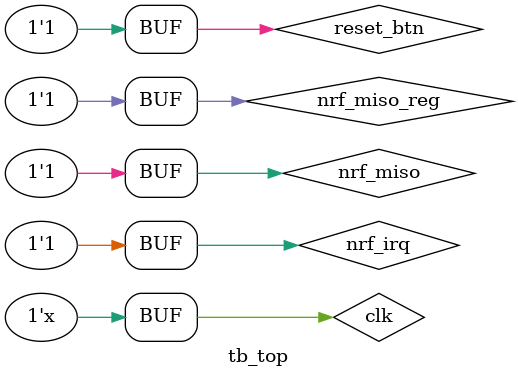
<source format=v>
`timescale 1ns/1ps

module tb_top;

    // Clock generation (125 MHz -> 8 ns period)
    reg clk = 1'b0;
    always #4 clk = ~clk;

    // Reset logic (active-high button)
    reg reset_btn = 1'b1;

    // Wires to observe
    wire        nrf_ce;
    wire        nrf_csn;
    wire        nrf_sck;
    wire        nrf_mosi;
    reg         nrf_miso_reg = 1'b1;
    wire        nrf_miso    = nrf_miso_reg;
    reg         nrf_irq     = 1'b1;   // unused when USE_IRQ=0
    wire [3:0]  leds;

    // Device Under Test
    top dut (
        .clk       (clk),
        .reset_btn (reset_btn),
        .nrf_ce    (nrf_ce),
        .nrf_csn   (nrf_csn),
        .nrf_irq   (nrf_irq),
        .nrf_sck   (nrf_sck),
        .nrf_mosi  (nrf_mosi),
        .nrf_miso  (nrf_miso),
        .leds      (leds)
    );

    

endmodule
</source>
